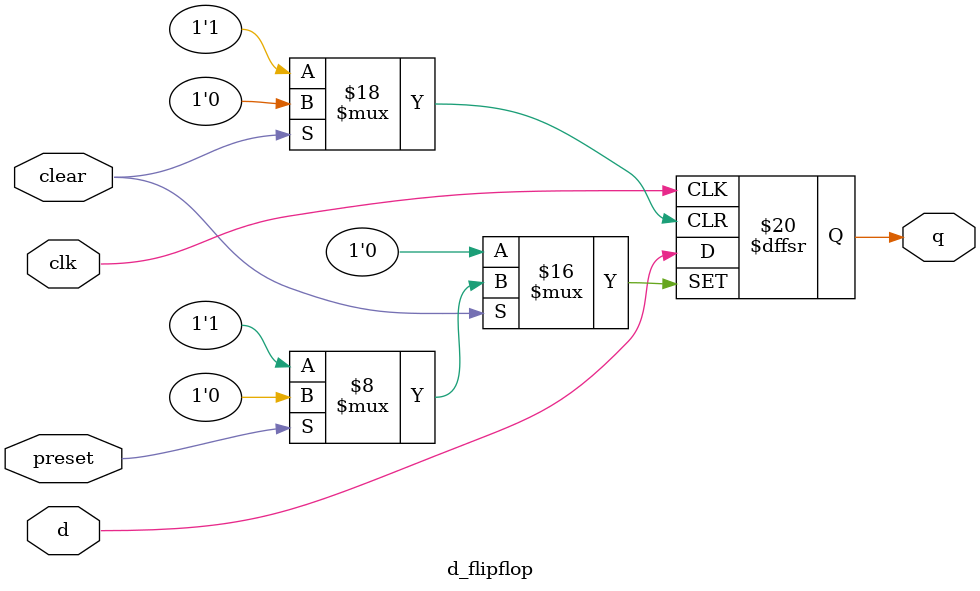
<source format=sv>
module d_flipflop(
input logic clear,
input logic preset,
input logic clk,
input logic d,
output logic q
);

always_ff @ (posedge clk or negedge clear or negedge preset) begin
	if(!preset)
		q <= 1;
	else if(!clear)
		q <= 0;
	else 
		q <= d;

end



endmodule

</source>
